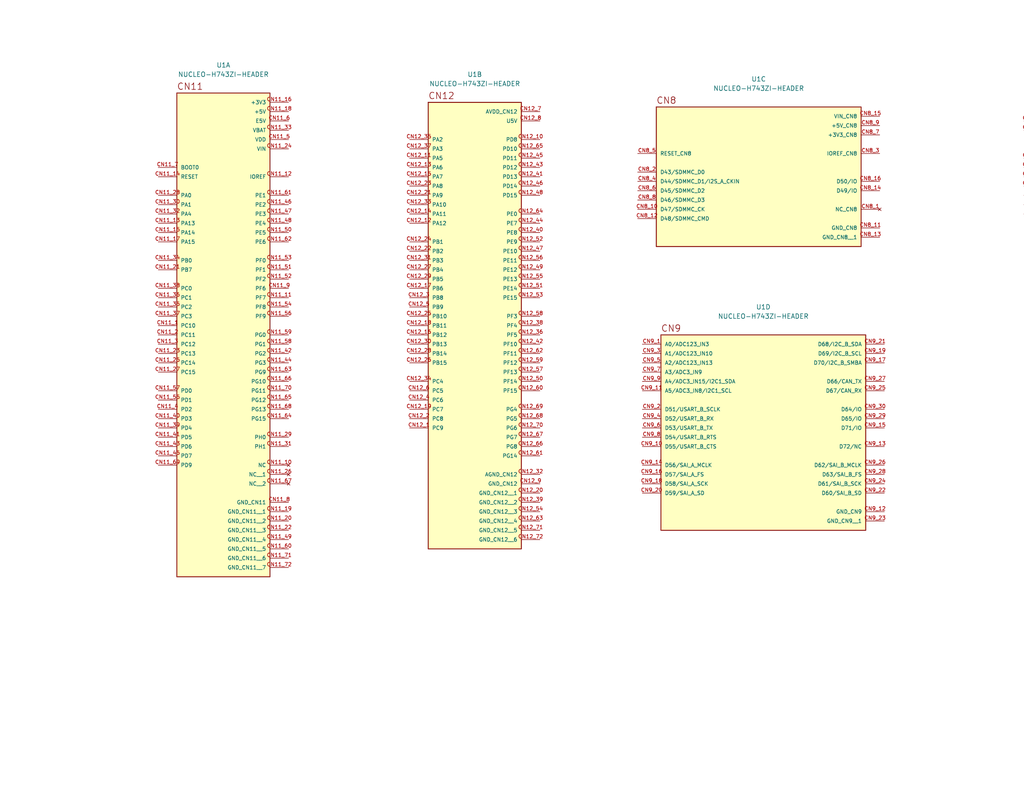
<source format=kicad_sch>
(kicad_sch (version 20230121) (generator eeschema)
  (paper "USLetter")
  (title_block (date "2024-03-11"))
  (lib_symbols
    (symbol "RoboRacing:NUCLEO-H743ZI-HEADER" (pin_names (offset 1.016))
      (property "Reference" "U" (at -12.7 57.15 0))
      (property "Value" "NUCLEO-H743ZI-HEADER" (at -12.7 -80.01 0))
      (symbol "NUCLEO-H743ZI-HEADER_1_0"
        (rectangle (start -12.7 -78.74) (end 12.7 53.34) (stroke (width 0.254)) (fill (type background)))
        (text "CN11" (at -12.7 54.102 0) (effects (font (size 1.778 1.778)) (justify left bottom)))
        (pin bidirectional line (at -17.78 -10.16 0) (length 5.08) (name "PC10") (number "CN11_1"))
        (pin no_connect line (at 17.78 -48.26 180) (length 5.08) (name "NC") (number "CN11_10"))
        (pin bidirectional line (at 17.78 -2.54 180) (length 5.08) (name "PF7") (number "CN11_11"))
        (pin bidirectional line (at 17.78 30.48 180) (length 5.08) (name "IOREF") (number "CN11_12"))
        (pin bidirectional line (at -17.78 17.78 0) (length 5.08) (name "PA13") (number "CN11_13"))
        (pin bidirectional line (at -17.78 30.48 0) (length 5.08) (name "RESET") (number "CN11_14"))
        (pin bidirectional line (at -17.78 15.24 0) (length 5.08) (name "PA14") (number "CN11_15"))
        (pin power_in line (at 17.78 50.8 180) (length 5.08) (name "+3V3") (number "CN11_16"))
        (pin bidirectional line (at -17.78 12.7 0) (length 5.08) (name "PA15") (number "CN11_17"))
        (pin power_in line (at 17.78 48.26 180) (length 5.08) (name "+5V") (number "CN11_18"))
        (pin power_in line (at 17.78 -60.96 180) (length 5.08) (name "GND_CN11__1") (number "CN11_19"))
        (pin bidirectional line (at -17.78 -12.7 0) (length 5.08) (name "PC11") (number "CN11_2"))
        (pin power_in line (at 17.78 -63.5 180) (length 5.08) (name "GND_CN11__2") (number "CN11_20"))
        (pin bidirectional line (at -17.78 5.08 0) (length 5.08) (name "PB7") (number "CN11_21"))
        (pin power_in line (at 17.78 -66.04 180) (length 5.08) (name "GND_CN11__3") (number "CN11_22"))
        (pin bidirectional line (at -17.78 -17.78 0) (length 5.08) (name "PC13") (number "CN11_23"))
        (pin power_in line (at 17.78 38.1 180) (length 5.08) (name "VIN") (number "CN11_24"))
        (pin bidirectional line (at -17.78 -20.32 0) (length 5.08) (name "PC14") (number "CN11_25"))
        (pin no_connect line (at 17.78 -50.8 180) (length 5.08) (name "NC__1") (number "CN11_26"))
        (pin bidirectional line (at -17.78 -22.86 0) (length 5.08) (name "PC15") (number "CN11_27"))
        (pin bidirectional line (at -17.78 25.4 0) (length 5.08) (name "PA0") (number "CN11_28"))
        (pin bidirectional line (at 17.78 -40.64 180) (length 5.08) (name "PH0") (number "CN11_29"))
        (pin bidirectional line (at -17.78 -15.24 0) (length 5.08) (name "PC12") (number "CN11_3"))
        (pin bidirectional line (at -17.78 22.86 0) (length 5.08) (name "PA1") (number "CN11_30"))
        (pin bidirectional line (at 17.78 -43.18 180) (length 5.08) (name "PH1") (number "CN11_31"))
        (pin bidirectional line (at -17.78 20.32 0) (length 5.08) (name "PA4") (number "CN11_32"))
        (pin power_in line (at 17.78 43.18 180) (length 5.08) (name "VBAT") (number "CN11_33"))
        (pin bidirectional line (at -17.78 7.62 0) (length 5.08) (name "PB0") (number "CN11_34"))
        (pin bidirectional line (at -17.78 -5.08 0) (length 5.08) (name "PC2") (number "CN11_35"))
        (pin bidirectional line (at -17.78 -2.54 0) (length 5.08) (name "PC1") (number "CN11_36"))
        (pin bidirectional line (at -17.78 -7.62 0) (length 5.08) (name "PC3") (number "CN11_37"))
        (pin bidirectional line (at -17.78 0 0) (length 5.08) (name "PC0") (number "CN11_38"))
        (pin bidirectional line (at -17.78 -38.1 0) (length 5.08) (name "PD4") (number "CN11_39"))
        (pin bidirectional line (at -17.78 -33.02 0) (length 5.08) (name "PD2") (number "CN11_4"))
        (pin bidirectional line (at -17.78 -35.56 0) (length 5.08) (name "PD3") (number "CN11_40"))
        (pin bidirectional line (at -17.78 -40.64 0) (length 5.08) (name "PD5") (number "CN11_41"))
        (pin bidirectional line (at 17.78 -17.78 180) (length 5.08) (name "PG2") (number "CN11_42"))
        (pin bidirectional line (at -17.78 -43.18 0) (length 5.08) (name "PD6") (number "CN11_43"))
        (pin bidirectional line (at 17.78 -20.32 180) (length 5.08) (name "PG3") (number "CN11_44"))
        (pin bidirectional line (at -17.78 -45.72 0) (length 5.08) (name "PD7") (number "CN11_45"))
        (pin bidirectional line (at 17.78 22.86 180) (length 5.08) (name "PE2") (number "CN11_46"))
        (pin bidirectional line (at 17.78 20.32 180) (length 5.08) (name "PE3") (number "CN11_47"))
        (pin bidirectional line (at 17.78 17.78 180) (length 5.08) (name "PE4") (number "CN11_48"))
        (pin power_in line (at 17.78 -68.58 180) (length 5.08) (name "GND_CN11__4") (number "CN11_49"))
        (pin power_in line (at 17.78 40.64 180) (length 5.08) (name "VDD") (number "CN11_5"))
        (pin bidirectional line (at 17.78 15.24 180) (length 5.08) (name "PE5") (number "CN11_50"))
        (pin bidirectional line (at 17.78 5.08 180) (length 5.08) (name "PF1") (number "CN11_51"))
        (pin bidirectional line (at 17.78 2.54 180) (length 5.08) (name "PF2") (number "CN11_52"))
        (pin bidirectional line (at 17.78 7.62 180) (length 5.08) (name "PF0") (number "CN11_53"))
        (pin bidirectional line (at 17.78 -5.08 180) (length 5.08) (name "PF8") (number "CN11_54"))
        (pin bidirectional line (at -17.78 -30.48 0) (length 5.08) (name "PD1") (number "CN11_55"))
        (pin bidirectional line (at 17.78 -7.62 180) (length 5.08) (name "PF9") (number "CN11_56"))
        (pin bidirectional line (at -17.78 -27.94 0) (length 5.08) (name "PD0") (number "CN11_57"))
        (pin bidirectional line (at 17.78 -15.24 180) (length 5.08) (name "PG1") (number "CN11_58"))
        (pin bidirectional line (at 17.78 -12.7 180) (length 5.08) (name "PG0") (number "CN11_59"))
        (pin power_in line (at 17.78 45.72 180) (length 5.08) (name "E5V") (number "CN11_6"))
        (pin power_in line (at 17.78 -71.12 180) (length 5.08) (name "GND_CN11__5") (number "CN11_60"))
        (pin bidirectional line (at 17.78 25.4 180) (length 5.08) (name "PE1") (number "CN11_61"))
        (pin bidirectional line (at 17.78 12.7 180) (length 5.08) (name "PE6") (number "CN11_62"))
        (pin bidirectional line (at 17.78 -22.86 180) (length 5.08) (name "PG9") (number "CN11_63"))
        (pin bidirectional line (at 17.78 -35.56 180) (length 5.08) (name "PG15") (number "CN11_64"))
        (pin bidirectional line (at 17.78 -30.48 180) (length 5.08) (name "PG12") (number "CN11_65"))
        (pin bidirectional line (at 17.78 -25.4 180) (length 5.08) (name "PG10") (number "CN11_66"))
        (pin no_connect line (at 17.78 -53.34 180) (length 5.08) (name "NC__2") (number "CN11_67"))
        (pin bidirectional line (at 17.78 -33.02 180) (length 5.08) (name "PG13") (number "CN11_68"))
        (pin bidirectional line (at -17.78 -48.26 0) (length 5.08) (name "PD9") (number "CN11_69"))
        (pin bidirectional line (at -17.78 33.02 0) (length 5.08) (name "BOOT0") (number "CN11_7"))
        (pin bidirectional line (at 17.78 -27.94 180) (length 5.08) (name "PG11") (number "CN11_70"))
        (pin power_in line (at 17.78 -73.66 180) (length 5.08) (name "GND_CN11__6") (number "CN11_71"))
        (pin power_in line (at 17.78 -76.2 180) (length 5.08) (name "GND_CN11__7") (number "CN11_72"))
        (pin power_in line (at 17.78 -58.42 180) (length 5.08) (name "GND_CN11") (number "CN11_8"))
        (pin bidirectional line (at 17.78 0 180) (length 5.08) (name "PF6") (number "CN11_9"))
      )
      (symbol "NUCLEO-H743ZI-HEADER_2_0"
        (rectangle (start -12.7 -68.58) (end 12.7 53.34) (stroke (width 0.254)) (fill (type background)))
        (text "CN12" (at -12.7 54.102 0) (effects (font (size 1.778 1.778)) (justify left bottom)))
        (pin bidirectional line (at -17.78 -35.56 0) (length 5.08) (name "PC9") (number "CN12_1"))
        (pin bidirectional line (at 17.78 43.18 180) (length 5.08) (name "PD8") (number "CN12_10"))
        (pin bidirectional line (at -17.78 38.1 0) (length 5.08) (name "PA5") (number "CN12_11"))
        (pin bidirectional line (at -17.78 20.32 0) (length 5.08) (name "PA12") (number "CN12_12"))
        (pin bidirectional line (at -17.78 35.56 0) (length 5.08) (name "PA6") (number "CN12_13"))
        (pin bidirectional line (at -17.78 22.86 0) (length 5.08) (name "PA11") (number "CN12_14"))
        (pin bidirectional line (at -17.78 33.02 0) (length 5.08) (name "PA7") (number "CN12_15"))
        (pin bidirectional line (at -17.78 -10.16 0) (length 5.08) (name "PB12") (number "CN12_16"))
        (pin bidirectional line (at -17.78 2.54 0) (length 5.08) (name "PB6") (number "CN12_17"))
        (pin bidirectional line (at -17.78 -7.62 0) (length 5.08) (name "PB11") (number "CN12_18"))
        (pin bidirectional line (at -17.78 -30.48 0) (length 5.08) (name "PC7") (number "CN12_19"))
        (pin bidirectional line (at -17.78 -33.02 0) (length 5.08) (name "PC8") (number "CN12_2"))
        (pin power_in line (at 17.78 -53.34 180) (length 5.08) (name "GND_CN12__1") (number "CN12_20"))
        (pin bidirectional line (at -17.78 27.94 0) (length 5.08) (name "PA9") (number "CN12_21"))
        (pin bidirectional line (at -17.78 12.7 0) (length 5.08) (name "PB2") (number "CN12_22"))
        (pin bidirectional line (at -17.78 30.48 0) (length 5.08) (name "PA8") (number "CN12_23"))
        (pin bidirectional line (at -17.78 15.24 0) (length 5.08) (name "PB1") (number "CN12_24"))
        (pin bidirectional line (at -17.78 -5.08 0) (length 5.08) (name "PB10") (number "CN12_25"))
        (pin bidirectional line (at -17.78 -17.78 0) (length 5.08) (name "PB15") (number "CN12_26"))
        (pin bidirectional line (at -17.78 7.62 0) (length 5.08) (name "PB4") (number "CN12_27"))
        (pin bidirectional line (at -17.78 -15.24 0) (length 5.08) (name "PB14") (number "CN12_28"))
        (pin bidirectional line (at -17.78 5.08 0) (length 5.08) (name "PB5") (number "CN12_29"))
        (pin bidirectional line (at -17.78 0 0) (length 5.08) (name "PB8") (number "CN12_3"))
        (pin bidirectional line (at -17.78 -12.7 0) (length 5.08) (name "PB13") (number "CN12_30"))
        (pin bidirectional line (at -17.78 10.16 0) (length 5.08) (name "PB3") (number "CN12_31"))
        (pin power_in line (at 17.78 -48.26 180) (length 5.08) (name "AGND_CN12") (number "CN12_32"))
        (pin bidirectional line (at -17.78 25.4 0) (length 5.08) (name "PA10") (number "CN12_33"))
        (pin bidirectional line (at -17.78 -22.86 0) (length 5.08) (name "PC4") (number "CN12_34"))
        (pin bidirectional line (at -17.78 43.18 0) (length 5.08) (name "PA2") (number "CN12_35"))
        (pin bidirectional line (at 17.78 -10.16 180) (length 5.08) (name "PF5") (number "CN12_36"))
        (pin bidirectional line (at -17.78 40.64 0) (length 5.08) (name "PA3") (number "CN12_37"))
        (pin bidirectional line (at 17.78 -7.62 180) (length 5.08) (name "PF4") (number "CN12_38"))
        (pin power_in line (at 17.78 -55.88 180) (length 5.08) (name "GND_CN12__2") (number "CN12_39"))
        (pin bidirectional line (at -17.78 -27.94 0) (length 5.08) (name "PC6") (number "CN12_4"))
        (pin bidirectional line (at 17.78 17.78 180) (length 5.08) (name "PE8") (number "CN12_40"))
        (pin bidirectional line (at 17.78 33.02 180) (length 5.08) (name "PD13") (number "CN12_41"))
        (pin bidirectional line (at 17.78 -12.7 180) (length 5.08) (name "PF10") (number "CN12_42"))
        (pin bidirectional line (at 17.78 35.56 180) (length 5.08) (name "PD12") (number "CN12_43"))
        (pin bidirectional line (at 17.78 20.32 180) (length 5.08) (name "PE7") (number "CN12_44"))
        (pin bidirectional line (at 17.78 38.1 180) (length 5.08) (name "PD11") (number "CN12_45"))
        (pin bidirectional line (at 17.78 30.48 180) (length 5.08) (name "PD14") (number "CN12_46"))
        (pin bidirectional line (at 17.78 12.7 180) (length 5.08) (name "PE10") (number "CN12_47"))
        (pin bidirectional line (at 17.78 27.94 180) (length 5.08) (name "PD15") (number "CN12_48"))
        (pin bidirectional line (at 17.78 7.62 180) (length 5.08) (name "PE12") (number "CN12_49"))
        (pin bidirectional line (at -17.78 -2.54 0) (length 5.08) (name "PB9") (number "CN12_5"))
        (pin bidirectional line (at 17.78 -22.86 180) (length 5.08) (name "PF14") (number "CN12_50"))
        (pin bidirectional line (at 17.78 2.54 180) (length 5.08) (name "PE14") (number "CN12_51"))
        (pin bidirectional line (at 17.78 15.24 180) (length 5.08) (name "PE9") (number "CN12_52"))
        (pin bidirectional line (at 17.78 0 180) (length 5.08) (name "PE15") (number "CN12_53"))
        (pin power_in line (at 17.78 -58.42 180) (length 5.08) (name "GND_CN12__3") (number "CN12_54"))
        (pin bidirectional line (at 17.78 5.08 180) (length 5.08) (name "PE13") (number "CN12_55"))
        (pin bidirectional line (at 17.78 10.16 180) (length 5.08) (name "PE11") (number "CN12_56"))
        (pin bidirectional line (at 17.78 -20.32 180) (length 5.08) (name "PF13") (number "CN12_57"))
        (pin bidirectional line (at 17.78 -5.08 180) (length 5.08) (name "PF3") (number "CN12_58"))
        (pin bidirectional line (at 17.78 -17.78 180) (length 5.08) (name "PF12") (number "CN12_59"))
        (pin bidirectional line (at -17.78 -25.4 0) (length 5.08) (name "PC5") (number "CN12_6"))
        (pin bidirectional line (at 17.78 -25.4 180) (length 5.08) (name "PF15") (number "CN12_60"))
        (pin bidirectional line (at 17.78 -43.18 180) (length 5.08) (name "PG14") (number "CN12_61"))
        (pin bidirectional line (at 17.78 -15.24 180) (length 5.08) (name "PF11") (number "CN12_62"))
        (pin power_in line (at 17.78 -60.96 180) (length 5.08) (name "GND_CN12__4") (number "CN12_63"))
        (pin bidirectional line (at 17.78 22.86 180) (length 5.08) (name "PE0") (number "CN12_64"))
        (pin bidirectional line (at 17.78 40.64 180) (length 5.08) (name "PD10") (number "CN12_65"))
        (pin bidirectional line (at 17.78 -40.64 180) (length 5.08) (name "PG8") (number "CN12_66"))
        (pin bidirectional line (at 17.78 -38.1 180) (length 5.08) (name "PG7") (number "CN12_67"))
        (pin bidirectional line (at 17.78 -33.02 180) (length 5.08) (name "PG5") (number "CN12_68"))
        (pin bidirectional line (at 17.78 -30.48 180) (length 5.08) (name "PG4") (number "CN12_69"))
        (pin power_in line (at 17.78 50.8 180) (length 5.08) (name "AVDD_CN12") (number "CN12_7"))
        (pin bidirectional line (at 17.78 -35.56 180) (length 5.08) (name "PG6") (number "CN12_70"))
        (pin power_in line (at 17.78 -63.5 180) (length 5.08) (name "GND_CN12__5") (number "CN12_71"))
        (pin power_in line (at 17.78 -66.04 180) (length 5.08) (name "GND_CN12__6") (number "CN12_72"))
        (pin power_in line (at 17.78 48.26 180) (length 5.08) (name "U5V") (number "CN12_8"))
        (pin power_in line (at 17.78 -50.8 180) (length 5.08) (name "GND_CN12") (number "CN12_9"))
      )
      (symbol "NUCLEO-H743ZI-HEADER_3_0"
        (rectangle (start -27.94 -20.32) (end 27.94 17.78) (stroke (width 0.254)) (fill (type background)))
        (text "CN8" (at -27.94 18.542 0) (effects (font (size 1.778 1.778)) (justify left bottom)))
        (pin no_connect line (at 33.02 -10.16 180) (length 5.08) (name "NC_CN8") (number "CN8_1"))
        (pin bidirectional line (at -33.02 -10.16 0) (length 5.08) (name "D47/SDMMC_CK") (number "CN8_10"))
        (pin power_in line (at 33.02 -15.24 180) (length 5.08) (name "GND_CN8") (number "CN8_11"))
        (pin bidirectional line (at -33.02 -12.7 0) (length 5.08) (name "D48/SDMMC_CMD") (number "CN8_12"))
        (pin power_in line (at 33.02 -17.78 180) (length 5.08) (name "GND_CN8__1") (number "CN8_13"))
        (pin bidirectional line (at 33.02 -5.08 180) (length 5.08) (name "D49/IO") (number "CN8_14"))
        (pin power_in line (at 33.02 15.24 180) (length 5.08) (name "VIN_CN8") (number "CN8_15"))
        (pin bidirectional line (at 33.02 -2.54 180) (length 5.08) (name "D50/IO") (number "CN8_16"))
        (pin bidirectional line (at -33.02 0 0) (length 5.08) (name "D43/SDMMC_D0") (number "CN8_2"))
        (pin bidirectional line (at 33.02 5.08 180) (length 5.08) (name "IOREF_CN8") (number "CN8_3"))
        (pin bidirectional line (at -33.02 -2.54 0) (length 5.08) (name "D44/SDMMC_D1/I2S_A_CKIN") (number "CN8_4"))
        (pin bidirectional line (at -33.02 5.08 0) (length 5.08) (name "RESET_CN8") (number "CN8_5"))
        (pin bidirectional line (at -33.02 -5.08 0) (length 5.08) (name "D45/SDMMC_D2") (number "CN8_6"))
        (pin power_in line (at 33.02 10.16 180) (length 5.08) (name "+3V3_CN8") (number "CN8_7"))
        (pin bidirectional line (at -33.02 -7.62 0) (length 5.08) (name "D46/SDMMC_D3") (number "CN8_8"))
        (pin power_in line (at 33.02 12.7 180) (length 5.08) (name "+5V_CN8") (number "CN8_9"))
      )
      (symbol "NUCLEO-H743ZI-HEADER_4_0"
        (rectangle (start -27.94 -27.94) (end 27.94 25.4) (stroke (width 0.254)) (fill (type background)))
        (text "CN9" (at -27.94 26.162 0) (effects (font (size 1.778 1.778)) (justify left bottom)))
        (pin input line (at -33.02 22.86 0) (length 5.08) (name "A0/ADC123_IN3") (number "CN9_1"))
        (pin bidirectional line (at -33.02 -5.08 0) (length 5.08) (name "D55/USART_B_CTS") (number "CN9_10"))
        (pin input line (at -33.02 10.16 0) (length 5.08) (name "A5/ADC3_IN8/I2C1_SCL") (number "CN9_11"))
        (pin power_in line (at 33.02 -22.86 180) (length 5.08) (name "GND_CN9") (number "CN9_12"))
        (pin bidirectional line (at 33.02 -5.08 180) (length 5.08) (name "D72/NC") (number "CN9_13"))
        (pin bidirectional line (at -33.02 -10.16 0) (length 5.08) (name "D56/SAI_A_MCLK") (number "CN9_14"))
        (pin bidirectional line (at 33.02 0 180) (length 5.08) (name "D71/IO") (number "CN9_15"))
        (pin bidirectional line (at -33.02 -12.7 0) (length 5.08) (name "D57/SAI_A_FS") (number "CN9_16"))
        (pin bidirectional line (at 33.02 17.78 180) (length 5.08) (name "D70/I2C_B_SMBA") (number "CN9_17"))
        (pin bidirectional line (at -33.02 -15.24 0) (length 5.08) (name "D58/SAI_A_SCK") (number "CN9_18"))
        (pin bidirectional line (at 33.02 20.32 180) (length 5.08) (name "D69/I2C_B_SCL") (number "CN9_19"))
        (pin bidirectional line (at -33.02 5.08 0) (length 5.08) (name "D51/USART_B_SCLK") (number "CN9_2"))
        (pin bidirectional line (at -33.02 -17.78 0) (length 5.08) (name "D59/SAI_A_SD") (number "CN9_20"))
        (pin bidirectional line (at 33.02 22.86 180) (length 5.08) (name "D68/I2C_B_SDA") (number "CN9_21"))
        (pin bidirectional line (at 33.02 -17.78 180) (length 5.08) (name "D60/SAI_B_SD") (number "CN9_22"))
        (pin power_in line (at 33.02 -25.4 180) (length 5.08) (name "GND_CN9__1") (number "CN9_23"))
        (pin bidirectional line (at 33.02 -15.24 180) (length 5.08) (name "D61/SAI_B_SCK") (number "CN9_24"))
        (pin input line (at 33.02 10.16 180) (length 5.08) (name "D67/CAN_RX") (number "CN9_25"))
        (pin bidirectional line (at 33.02 -10.16 180) (length 5.08) (name "D62/SAI_B_MCLK") (number "CN9_26"))
        (pin output line (at 33.02 12.7 180) (length 5.08) (name "D66/CAN_TX") (number "CN9_27"))
        (pin bidirectional line (at 33.02 -12.7 180) (length 5.08) (name "D63/SAI_B_FS") (number "CN9_28"))
        (pin bidirectional line (at 33.02 2.54 180) (length 5.08) (name "D65/IO") (number "CN9_29"))
        (pin input line (at -33.02 20.32 0) (length 5.08) (name "A1/ADC123_IN10") (number "CN9_3"))
        (pin bidirectional line (at 33.02 5.08 180) (length 5.08) (name "D64/IO") (number "CN9_30"))
        (pin bidirectional line (at -33.02 2.54 0) (length 5.08) (name "D52/USART_B_RX") (number "CN9_4"))
        (pin input line (at -33.02 17.78 0) (length 5.08) (name "A2/ADC123_IN13") (number "CN9_5"))
        (pin bidirectional line (at -33.02 0 0) (length 5.08) (name "D53/USART_B_TX") (number "CN9_6"))
        (pin input line (at -33.02 15.24 0) (length 5.08) (name "A3/ADC3_IN9") (number "CN9_7"))
        (pin bidirectional line (at -33.02 -2.54 0) (length 5.08) (name "D54/USART_B_RTS") (number "CN9_8"))
        (pin input line (at -33.02 12.7 0) (length 5.08) (name "A4/ADC3_IN15/I2C1_SDA") (number "CN9_9"))
      )
      (symbol "NUCLEO-H743ZI-HEADER_5_0"
        (rectangle (start -33.02 -20.32) (end 33.02 20.32) (stroke (width 0.254)) (fill (type background)))
        (text "CN7" (at -33.02 21.082 0) (effects (font (size 1.778 1.778)) (justify left bottom)))
        (pin bidirectional line (at -38.1 -12.7 0) (length 5.08) (name "D16/I2S_A_MCK") (number "CN7_1"))
        (pin bidirectional line (at -38.1 -5.08 0) (length 5.08) (name "D13/SPI_A_SCK") (number "CN7_10"))
        (pin bidirectional line (at 38.1 0 180) (length 5.08) (name "D21/I2S_B_MCK") (number "CN7_11"))
        (pin bidirectional line (at -38.1 -2.54 0) (length 5.08) (name "D12/SPI_A_MISO") (number "CN7_12"))
        (pin bidirectional line (at 38.1 5.08 180) (length 5.08) (name "D22/I2S_B_SD/SPI_B_MOSI") (number "CN7_13"))
        (pin bidirectional line (at -38.1 0 0) (length 5.08) (name "D11/SPI_A_MOSI/TIM_E_PWM1") (number "CN7_14"))
        (pin bidirectional line (at 38.1 7.62 180) (length 5.08) (name "D23/I2S_B_CK/SPI_B_SCK") (number "CN7_15"))
        (pin bidirectional line (at -38.1 2.54 0) (length 5.08) (name "D10/SPI_A_CS/TIM_B_PWM3") (number "CN7_16"))
        (pin bidirectional line (at 38.1 10.16 180) (length 5.08) (name "D24/SPI_B_NSS") (number "CN7_17"))
        (pin bidirectional line (at -38.1 10.16 0) (length 5.08) (name "D9/TIMER_B_PWM2") (number "CN7_18"))
        (pin bidirectional line (at 38.1 12.7 180) (length 5.08) (name "D25/SPI_B_MISO") (number "CN7_19"))
        (pin bidirectional line (at -38.1 -10.16 0) (length 5.08) (name "D15/I2C_A_SCL") (number "CN7_2"))
        (pin bidirectional line (at -38.1 12.7 0) (length 5.08) (name "D8/IO") (number "CN7_20"))
        (pin bidirectional line (at 38.1 -12.7 180) (length 5.08) (name "D17/I2S_A_SD") (number "CN7_3"))
        (pin bidirectional line (at -38.1 -7.62 0) (length 5.08) (name "D14/I2C_A_SDA") (number "CN7_4"))
        (pin bidirectional line (at 38.1 -10.16 180) (length 5.08) (name "D18/I2S_A_CK") (number "CN7_5"))
        (pin power_in line (at 38.1 17.78 180) (length 5.08) (name "AREF") (number "CN7_6"))
        (pin bidirectional line (at 38.1 -7.62 180) (length 5.08) (name "D19/I2S_A_WS") (number "CN7_7"))
        (pin power_in line (at 38.1 -17.78 180) (length 5.08) (name "GND_CN7") (number "CN7_8"))
        (pin bidirectional line (at 38.1 -2.54 180) (length 5.08) (name "D20/I2S_B_WS") (number "CN7_9"))
      )
      (symbol "NUCLEO-H743ZI-HEADER_6_0"
        (rectangle (start -27.94 -38.1) (end 27.94 30.48) (stroke (width 0.254)) (fill (type background)))
        (text "CN10" (at -27.94 31.242 0) (effects (font (size 1.778 1.778)) (justify left bottom)))
        (pin power_in line (at 33.02 27.94 180) (length 5.08) (name "AVDD_CN10") (number "CN10_1"))
        (pin bidirectional line (at -33.02 0 0) (length 5.08) (name "D3/TIMER_A_PWM3") (number "CN10_10"))
        (pin input line (at -33.02 17.78 0) (length 5.08) (name "A8/ADC_C_IN") (number "CN10_11"))
        (pin bidirectional line (at 33.02 2.54 180) (length 5.08) (name "D2/IO") (number "CN10_12"))
        (pin bidirectional line (at 33.02 -5.08 180) (length 5.08) (name "D26/IO") (number "CN10_13"))
        (pin output line (at -33.02 10.16 0) (length 5.08) (name "D1/USART_A_TX") (number "CN10_14"))
        (pin bidirectional line (at 33.02 -7.62 180) (length 5.08) (name "D27/IO") (number "CN10_15"))
        (pin input line (at -33.02 12.7 0) (length 5.08) (name "D0/USART_A_RX") (number "CN10_16"))
        (pin power_in line (at 33.02 -30.48 180) (length 5.08) (name "GND_CN10__1") (number "CN10_17"))
        (pin bidirectional line (at -33.02 -15.24 0) (length 5.08) (name "D42/TIMER_A_PWM1N") (number "CN10_18"))
        (pin bidirectional line (at 33.02 -10.16 180) (length 5.08) (name "D28/IO") (number "CN10_19"))
        (pin bidirectional line (at 33.02 -2.54 180) (length 5.08) (name "D7/IO") (number "CN10_2"))
        (pin bidirectional line (at -33.02 -12.7 0) (length 5.08) (name "D41/TIMER_A_ETR") (number "CN10_20"))
        (pin bidirectional line (at 33.02 -12.7 180) (length 5.08) (name "D29/IO") (number "CN10_21"))
        (pin power_in line (at 33.02 -33.02 180) (length 5.08) (name "GND_CN10__2") (number "CN10_22"))
        (pin bidirectional line (at 33.02 -15.24 180) (length 5.08) (name "D30/IO") (number "CN10_23"))
        (pin bidirectional line (at -33.02 -10.16 0) (length 5.08) (name "D40/TIMER_A_PWM2N") (number "CN10_24"))
        (pin bidirectional line (at 33.02 -17.78 180) (length 5.08) (name "D31/IO") (number "CN10_25"))
        (pin bidirectional line (at -33.02 -7.62 0) (length 5.08) (name "D39/TIMER_A_PWM3N") (number "CN10_26"))
        (pin power_in line (at 33.02 -35.56 180) (length 5.08) (name "GND_CN10__3") (number "CN10_27"))
        (pin bidirectional line (at 33.02 -20.32 180) (length 5.08) (name "D38/IO") (number "CN10_28"))
        (pin bidirectional line (at 33.02 17.78 180) (length 5.08) (name "D32/TIMER_C_PWM1") (number "CN10_29"))
        (pin power_in line (at 33.02 -25.4 180) (length 5.08) (name "AGND_CN10") (number "CN10_3"))
        (pin bidirectional line (at -33.02 -5.08 0) (length 5.08) (name "D37/TIMER_A_BKIN1") (number "CN10_30"))
        (pin bidirectional line (at 33.02 7.62 180) (length 5.08) (name "D33/TIMER_D_PWM1") (number "CN10_31"))
        (pin bidirectional line (at 33.02 15.24 180) (length 5.08) (name "D36/TIMER_C_PWM2") (number "CN10_32"))
        (pin bidirectional line (at 33.02 22.86 180) (length 5.08) (name "D34/TIMER_B_ETR") (number "CN10_33"))
        (pin bidirectional line (at 33.02 12.7 180) (length 5.08) (name "D35/TIMER_C_PWM3") (number "CN10_34"))
        (pin bidirectional line (at -33.02 5.08 0) (length 5.08) (name "D6/TIMER_A_PWM1") (number "CN10_4"))
        (pin power_in line (at 33.02 -27.94 180) (length 5.08) (name "GND_CN10") (number "CN10_5"))
        (pin bidirectional line (at -33.02 2.54 0) (length 5.08) (name "D5/TIMER_A_PWM2") (number "CN10_6"))
        (pin input line (at -33.02 22.86 0) (length 5.08) (name "A6/ADC_A_IN") (number "CN10_7"))
        (pin bidirectional line (at 33.02 0 180) (length 5.08) (name "D4/IO") (number "CN10_8"))
        (pin input line (at -33.02 20.32 0) (length 5.08) (name "A7/ADC_B_IN") (number "CN10_9"))
      )
    )
  )
  (symbol (lib_id "RoboRacing:NUCLEO-H743ZI-HEADER") (at 60.96 78.74 0) (unit 1)
    (property "Reference" "U1" (at 60.96 17.78 0))
    (property "Value" "NUCLEO-H743ZI-HEADER" (at 60.96 20.32 0))
    (property "Footprint" "RoboRacing:NUCLEO-H743ZI" (effects hide))
    (property "PARTREV" "8" (effects hide))
    (property "STANDARD" "Manufacturer Recommendations" (effects hide))
    (property "MAXIMUM_PACKAGE_HEIGHT" "N/A" (effects hide))
    (property "MANUFACTURER" "STMicroelectronics" (effects hide))
  )
  (symbol (lib_id "RoboRacing:NUCLEO-H743ZI-HEADER") (at 129.54 81.28 0) (unit 2)
    (property "Reference" "U1" (at 129.54 20.32 0))
    (property "Value" "NUCLEO-H743ZI-HEADER" (at 129.54 22.86 0))
    (property "Footprint" "RoboRacing:NUCLEO-H743ZI" (effects hide))
    (property "PARTREV" "8" (effects hide))
    (property "STANDARD" "Manufacturer Recommendations" (effects hide))
    (property "MAXIMUM_PACKAGE_HEIGHT" "N/A" (effects hide))
    (property "MANUFACTURER" "STMicroelectronics" (effects hide))
  )
  (symbol (lib_id "RoboRacing:NUCLEO-H743ZI-HEADER") (at 317.5 45.72 0) (unit 5)
    (property "Reference" "U1" (at 317.5 17.78 0))
    (property "Value" "NUCLEO-H743ZI-HEADER" (at 317.5 20.32 0))
    (property "Footprint" "RoboRacing:NUCLEO-H743ZI" (effects hide))
    (property "PARTREV" "8" (effects hide))
    (property "STANDARD" "Manufacturer Recommendations" (effects hide))
    (property "MAXIMUM_PACKAGE_HEIGHT" "N/A" (effects hide))
    (property "MANUFACTURER" "STMicroelectronics" (effects hide))
  )
  (symbol (lib_id "RoboRacing:NUCLEO-H743ZI-HEADER") (at 207.01 46.99 0) (unit 3)
    (property "Reference" "U1" (at 207.01 21.59 0))
    (property "Value" "NUCLEO-H743ZI-HEADER" (at 207.01 24.13 0))
    (property "Footprint" "RoboRacing:NUCLEO-H743ZI" (effects hide))
    (property "PARTREV" "8" (effects hide))
    (property "STANDARD" "Manufacturer Recommendations" (effects hide))
    (property "MAXIMUM_PACKAGE_HEIGHT" "N/A" (effects hide))
    (property "MANUFACTURER" "STMicroelectronics" (effects hide))
  )
  (symbol (lib_id "RoboRacing:NUCLEO-H743ZI-HEADER") (at 208.28 116.84 0) (unit 4)
    (property "Reference" "U1" (at 208.28 83.82 0))
    (property "Value" "NUCLEO-H743ZI-HEADER" (at 208.28 86.36 0))
    (property "Footprint" "RoboRacing:NUCLEO-H743ZI" (effects hide))
    (property "PARTREV" "8" (effects hide))
    (property "STANDARD" "Manufacturer Recommendations" (effects hide))
    (property "MAXIMUM_PACKAGE_HEIGHT" "N/A" (effects hide))
    (property "MANUFACTURER" "STMicroelectronics" (effects hide))
  )
  (symbol (lib_id "RoboRacing:NUCLEO-H743ZI-HEADER") (at 323.85 116.84 0) (unit 6)
    (property "Reference" "U1" (at 323.85 78.74 0))
    (property "Value" "NUCLEO-H743ZI-HEADER" (at 323.85 81.28 0))
    (property "Footprint" "RoboRacing:NUCLEO-H743ZI" (effects hide))
    (property "PARTREV" "8" (effects hide))
    (property "STANDARD" "Manufacturer Recommendations" (effects hide))
    (property "MAXIMUM_PACKAGE_HEIGHT" "N/A" (effects hide))
    (property "MANUFACTURER" "STMicroelectronics" (effects hide))
  )
)
</source>
